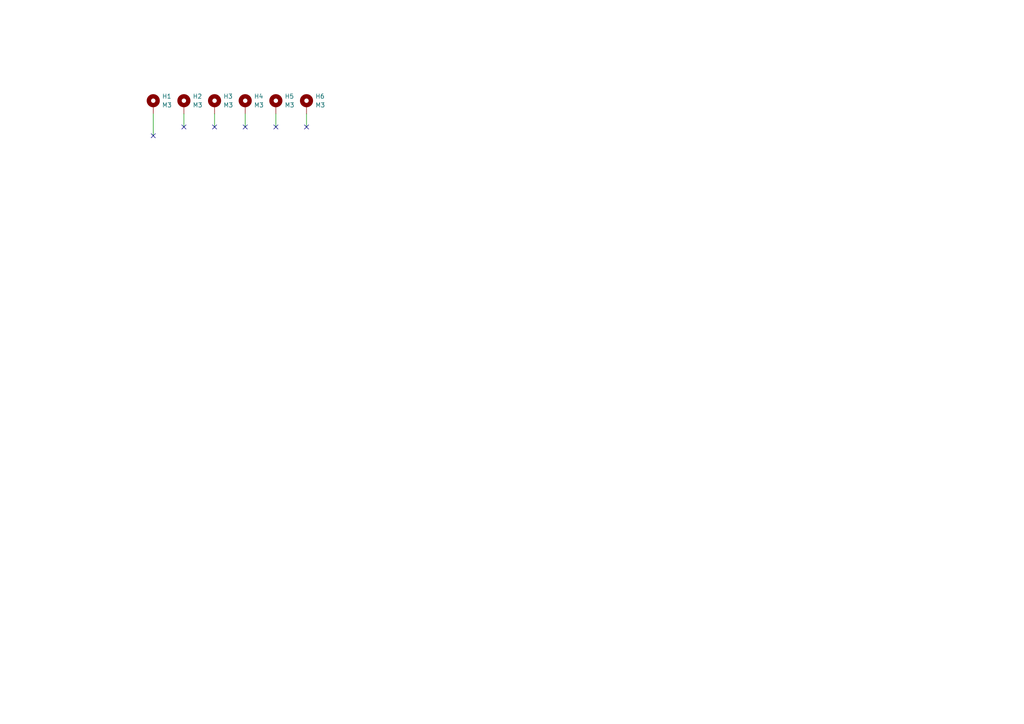
<source format=kicad_sch>
(kicad_sch (version 20231120) (generator "eeschema") (generator_version "8.0")
  (paper "A4")
  (title_block (title "Audio Thing Template") (rev "1.0") (company "velvia-fifty") (comment 1 "https://github.com/velvia-fifty/AudioThings") (comment 2 "You should have changed this already :)") (comment 4 "Stay humble"))
  (lib_symbols
    (symbol "Mechanical:MountingHole_Pad" (pin_numbers hide) (pin_names (offset 1.016) hide) (exclude_from_sim yes) (in_bom no)
      (property "Reference" "H" (at 0 6.35 0))
      (property "Value" "MountingHole_Pad" (at 0 4.445 0))
      (symbol "MountingHole_Pad_0_1"
        (circle (center 0 1.27) (radius 1.27) (stroke (width 1.27)))
      )
      (symbol "MountingHole_Pad_1_1"
        (pin input line (at 0 -2.54 90) (length 2.54) (name "1") (number "1"))
      )
    )
  )
  (no_connect (at 88.9 36.83))
  (no_connect (at 44.45 39.37))
  (no_connect (at 71.12 36.83))
  (no_connect (at 62.23 36.83))
  (no_connect (at 80.01 36.83))
  (no_connect (at 53.34 36.83))
  (wire (pts (xy 88.9 36.83) (xy 88.9 33.02)))
  (wire (pts (xy 53.34 33.02) (xy 53.34 36.83)))
  (wire (pts (xy 44.45 33.02) (xy 44.45 39.37)))
  (wire (pts (xy 80.01 36.83) (xy 80.01 33.02)))
  (wire (pts (xy 71.12 36.83) (xy 71.12 33.02)))
  (wire (pts (xy 62.23 33.02) (xy 62.23 36.83)))
  (symbol (lib_id "Mechanical:MountingHole_Pad") (at 53.34 30.48 0) (unit 1) (exclude_from_sim yes) (in_bom no)
    (property "Reference" "H2" (at 55.88 27.9399 0) (effects (justify left)))
    (property "Value" "M3" (at 55.88 30.4799 0) (effects (justify left)))
    (property "Footprint" "MountingHole:MountingHole_3.2mm_M3_DIN965_Pad" (effects (hide yes)))
    (property "Description" "Mounting Hole with connection" (effects (hide yes)))
  )
  (symbol (lib_id "Mechanical:MountingHole_Pad") (at 44.45 30.48 0) (unit 1) (exclude_from_sim yes) (in_bom no)
    (property "Reference" "H1" (at 46.99 27.9399 0) (effects (justify left)))
    (property "Value" "M3" (at 46.99 30.4799 0) (effects (justify left)))
    (property "Footprint" "MountingHole:MountingHole_3.2mm_M3_DIN965_Pad" (effects (hide yes)))
    (property "Description" "Mounting Hole with connection" (effects (hide yes)))
  )
  (symbol (lib_id "Mechanical:MountingHole_Pad") (at 62.23 30.48 0) (unit 1) (exclude_from_sim yes) (in_bom no)
    (property "Reference" "H3" (at 64.77 27.9399 0) (effects (justify left)))
    (property "Value" "M3" (at 64.77 30.4799 0) (effects (justify left)))
    (property "Footprint" "MountingHole:MountingHole_3.2mm_M3_DIN965_Pad" (effects (hide yes)))
    (property "Description" "Mounting Hole with connection" (effects (hide yes)))
  )
  (symbol (lib_id "Mechanical:MountingHole_Pad") (at 80.01 30.48 0) (unit 1) (exclude_from_sim yes) (in_bom no)
    (property "Reference" "H5" (at 82.55 27.9399 0) (effects (justify left)))
    (property "Value" "M3" (at 82.55 30.4799 0) (effects (justify left)))
    (property "Footprint" "MountingHole:MountingHole_3.2mm_M3_DIN965_Pad" (effects (hide yes)))
    (property "Description" "Mounting Hole with connection" (effects (hide yes)))
  )
  (symbol (lib_id "Mechanical:MountingHole_Pad") (at 71.12 30.48 0) (unit 1) (exclude_from_sim yes) (in_bom no)
    (property "Reference" "H4" (at 73.66 27.9399 0) (effects (justify left)))
    (property "Value" "M3" (at 73.66 30.4799 0) (effects (justify left)))
    (property "Footprint" "MountingHole:MountingHole_3.2mm_M3_DIN965_Pad" (effects (hide yes)))
    (property "Description" "Mounting Hole with connection" (effects (hide yes)))
  )
  (symbol (lib_id "Mechanical:MountingHole_Pad") (at 88.9 30.48 0) (unit 1) (exclude_from_sim yes) (in_bom no)
    (property "Reference" "H6" (at 91.44 27.9399 0) (effects (justify left)))
    (property "Value" "M3" (at 91.44 30.4799 0) (effects (justify left)))
    (property "Footprint" "MountingHole:MountingHole_3.2mm_M3_DIN965_Pad" (effects (hide yes)))
    (property "Description" "Mounting Hole with connection" (effects (hide yes)))
  )
)
</source>
